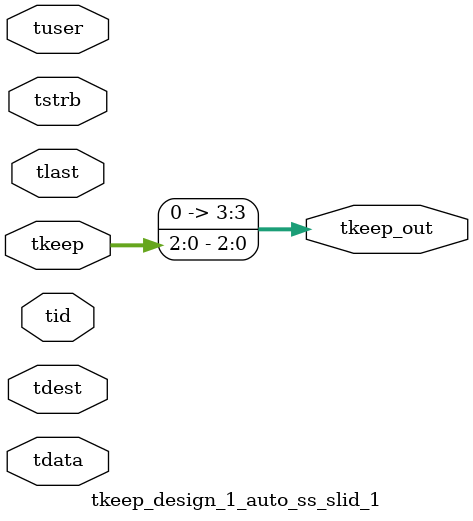
<source format=v>


`timescale 1ps/1ps

module tkeep_design_1_auto_ss_slid_1 #
(
parameter C_S_AXIS_TDATA_WIDTH = 32,
parameter C_S_AXIS_TUSER_WIDTH = 0,
parameter C_S_AXIS_TID_WIDTH   = 0,
parameter C_S_AXIS_TDEST_WIDTH = 0,
parameter C_M_AXIS_TDATA_WIDTH = 32
)
(
input  [(C_S_AXIS_TDATA_WIDTH == 0 ? 1 : C_S_AXIS_TDATA_WIDTH)-1:0     ] tdata,
input  [(C_S_AXIS_TUSER_WIDTH == 0 ? 1 : C_S_AXIS_TUSER_WIDTH)-1:0     ] tuser,
input  [(C_S_AXIS_TID_WIDTH   == 0 ? 1 : C_S_AXIS_TID_WIDTH)-1:0       ] tid,
input  [(C_S_AXIS_TDEST_WIDTH == 0 ? 1 : C_S_AXIS_TDEST_WIDTH)-1:0     ] tdest,
input  [(C_S_AXIS_TDATA_WIDTH/8)-1:0 ] tkeep,
input  [(C_S_AXIS_TDATA_WIDTH/8)-1:0 ] tstrb,
input                                                                    tlast,
output [(C_M_AXIS_TDATA_WIDTH/8)-1:0 ] tkeep_out
);

assign tkeep_out = {tkeep[2:0]};

endmodule


</source>
